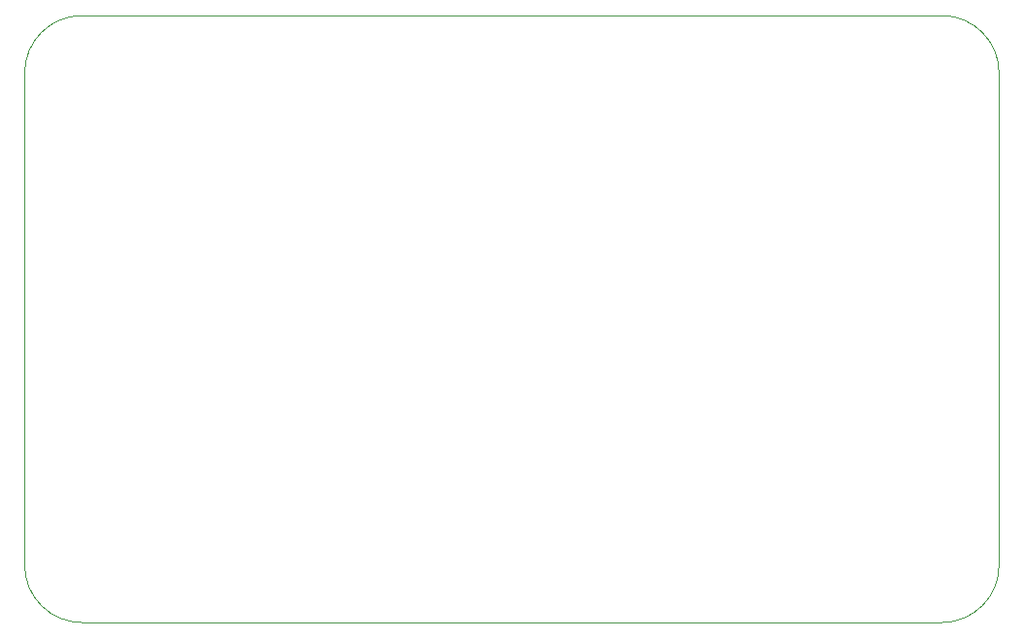
<source format=gbr>
%TF.GenerationSoftware,KiCad,Pcbnew,8.0.2*%
%TF.CreationDate,2024-06-06T18:17:57-04:00*%
%TF.ProjectId,MBARETECHmini,4d424152-4554-4454-9348-6d696e692e6b,rev?*%
%TF.SameCoordinates,Original*%
%TF.FileFunction,Profile,NP*%
%FSLAX46Y46*%
G04 Gerber Fmt 4.6, Leading zero omitted, Abs format (unit mm)*
G04 Created by KiCad (PCBNEW 8.0.2) date 2024-06-06 18:17:57*
%MOMM*%
%LPD*%
G01*
G04 APERTURE LIST*
%TA.AperFunction,Profile*%
%ADD10C,0.050000*%
%TD*%
G04 APERTURE END LIST*
D10*
X141920000Y-111049999D02*
X141920000Y-68049998D01*
X146920000Y-116049999D02*
X221920000Y-116049999D01*
X226920000Y-111049999D02*
X226920000Y-68049999D01*
X146920000Y-63049998D02*
X221920000Y-63049998D01*
X226920000Y-111049999D02*
G75*
G02*
X221920000Y-116049999I-5000000J0D01*
G01*
X141920000Y-68049998D02*
G75*
G02*
X146920000Y-63050000I5000000J-2D01*
G01*
X146920000Y-116049999D02*
G75*
G02*
X141920001Y-111049999I0J4999999D01*
G01*
X221920000Y-63049999D02*
G75*
G02*
X226919999Y-68049999I-1J-5000000D01*
G01*
M02*

</source>
